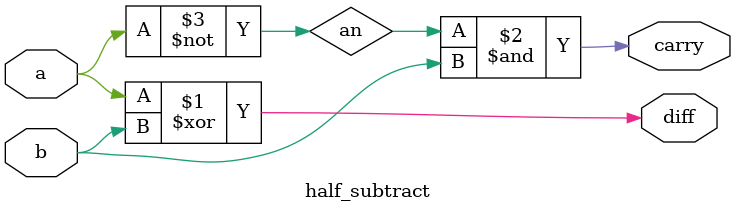
<source format=v>
module half_subtract(a,b,diff,carry);
input a,b;
output diff,carry;
wire an;
not(an,a);
xor(diff,a,b);
and(carry,an,b);
endmodule
</source>
